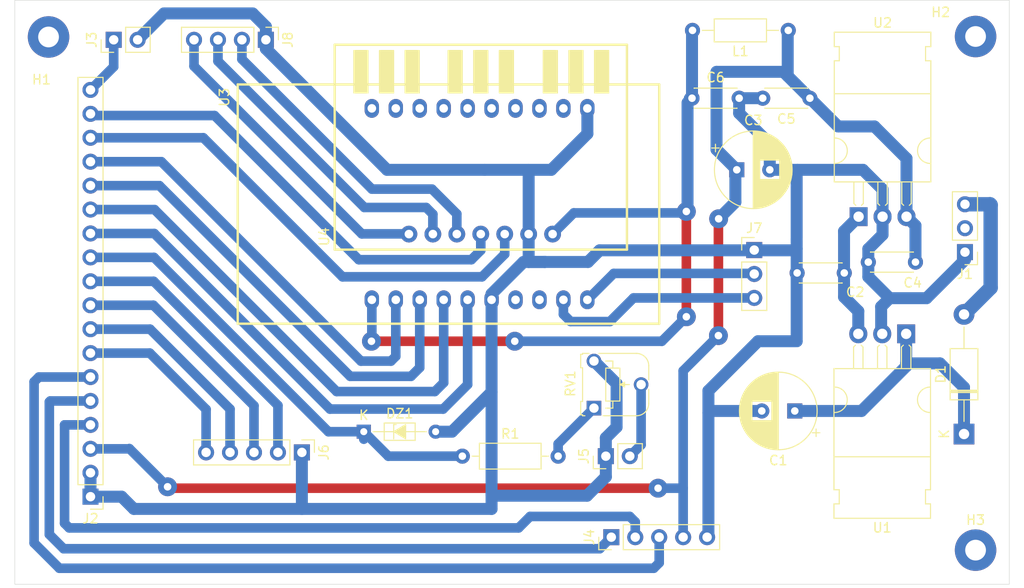
<source format=kicad_pcb>
(kicad_pcb (version 20240108) (generator "pcbnew") (generator_version "8.0")
  (layers (0 "F.Cu" signal) (31 "B.Cu" signal) (34 "B.Paste" user) (35 "F.Paste" user) (36 "B.SilkS" user "B.Silkscreen") (37 "F.SilkS" user "F.Silkscreen") (38 "B.Mask" user) (39 "F.Mask" user) (44 "Edge.Cuts" user))
  (net 0 "")
  (net 1 "Net-(U1-OUT)")
  (net 2 "GND")
  (net 3 "Net-(J2-Pin_14)")
  (net 4 "Net-(J2-Pin_13)")
  (net 5 "Net-(J2-Pin_3)")
  (net 6 "Net-(J2-Pin_4)")
  (net 7 "Net-(J2-Pin_10)")
  (net 8 "Net-(J2-Pin_17)")
  (net 9 "Net-(J2-Pin_7)")
  (net 10 "Net-(J2-Pin_15)")
  (net 11 "Net-(J2-Pin_12)")
  (net 12 "Net-(J2-Pin_5)")
  (net 13 "Net-(J2-Pin_6)")
  (net 14 "Net-(J5-Pin_2)")
  (net 15 "Net-(J2-Pin_18)")
  (net 16 "Net-(DZ1-K)")
  (net 17 "Net-(J2-Pin_9)")
  (net 18 "Net-(J2-Pin_8)")
  (net 19 "Net-(J2-Pin_16)")
  (net 20 "Net-(J7-Pin_3)")
  (net 23 "Net-(D1-K)")
  (net 25 "Net-(J8-Pin_4)")
  (net 26 "Net-(J8-Pin_2)")
  (net 27 "Net-(D1-A)")
  (net 28 "Net-(J7-Pin_2)")
  (net 29 "Net-(R1-Pad2)")
  (net 30 "Net-(J8-Pin_3)")
  (net 31 "Net-(U4-VIN)")
  (footprint "Inductor_THT:L_Axial_L5.3mm_D2.2mm_P10.16mm_Horizontal_Vishay_IM-1" (layer "F.Cu") (at 191.77 65.75 180)
    (property "Reference" "L1" (at 5.08 -2.22 0) (layer "F.SilkS"))
    (property "Value" "1mH")
    (pad "1" thru_hole circle (at 0 0 180) (size 1.6 1.6) (drill 0.8) (layers "*.Cu" "*.Mask") (net 5 "Net-(J2-Pin_3)"))
    (pad "2" thru_hole oval (at 10.16 0 180) (size 1.6 1.6) (drill 0.8) (layers "*.Cu" "*.Mask") (net 31 "Net-(U4-VIN)"))
  )
  (footprint "PCM_Package_TO_SOT_THT_AKL:TO-220-3_Horizontal_TabDown" (layer "F.Cu") (at 204.275 97.965 180)
    (property "Reference" "U1" (at 2.54 -20.58 180) (layer "F.SilkS"))
    (property "Value" "L7809" (hide yes))
    (pad "" np_thru_hole oval (at 2.54 -16.66 180) (size 3.5 3.5) (drill 3.5) (layers "*.Cu" "*.Mask"))
    (pad "1" thru_hole rect (at 0 0 180) (size 1.905 2) (drill 1.1) (layers "*.Cu" "*.Mask") (net 23 "Net-(D1-K)"))
    (pad "2" thru_hole oval (at 2.54 0 180) (size 1.905 2) (drill 1.1) (layers "*.Cu" "*.Mask") (net 2 "GND"))
    (pad "3" thru_hole oval (at 5.08 0 180) (size 1.905 2) (drill 1.1) (layers "*.Cu" "*.Mask") (net 1 "Net-(U1-OUT)"))
  )
  (footprint "Connector_PinHeader_2.54mm:PinHeader_1x05_P2.54mm_Vertical" (layer "F.Cu") (at 140.18 110.55 -90)
    (property "Reference" "J6" (at 0 -2.33 90) (layer "F.SilkS"))
    (property "Value" "pulsanti")
    (pad "1" thru_hole rect (at 0 0 270) (size 1.7 1.7) (drill 1) (layers "*.Cu" "*.Mask") (net 2 "GND"))
    (pad "2" thru_hole oval (at 0 2.54 270) (size 1.7 1.7) (drill 1) (layers "*.Cu" "*.Mask") (net 7 "Net-(J2-Pin_10)"))
    (pad "3" thru_hole oval (at 0 5.08 270) (size 1.7 1.7) (drill 1) (layers "*.Cu" "*.Mask") (net 17 "Net-(J2-Pin_9)"))
    (pad "4" thru_hole oval (at 0 7.62 270) (size 1.7 1.7) (drill 1) (layers "*.Cu" "*.Mask") (net 18 "Net-(J2-Pin_8)"))
    (pad "5" thru_hole oval (at 0 10.16 270) (size 1.7 1.7) (drill 1) (layers "*.Cu" "*.Mask") (net 9 "Net-(J2-Pin_7)"))
  )
  (footprint "PCM_Package_TO_SOT_THT_AKL:TO-220-3_Horizontal_TabDown" (layer "F.Cu") (at 199.23 85.525)
    (property "Reference" "U2" (at 2.54 -20.58 0) (layer "F.SilkS"))
    (property "Value" "L7805" (hide yes))
    (pad "" np_thru_hole oval (at 2.54 -16.66) (size 3.5 3.5) (drill 3.5) (layers "*.Cu" "*.Mask"))
    (pad "1" thru_hole rect (at 0 0) (size 1.905 2) (drill 1.1) (layers "*.Cu" "*.Mask") (net 1 "Net-(U1-OUT)"))
    (pad "2" thru_hole oval (at 2.54 0) (size 1.905 2) (drill 1.1) (layers "*.Cu" "*.Mask") (net 2 "GND"))
    (pad "3" thru_hole oval (at 5.08 0) (size 1.905 2) (drill 1.1) (layers "*.Cu" "*.Mask") (net 5 "Net-(J2-Pin_3)"))
  )
  (footprint "PCM_Potentiometer_THT_AKL:Potentiometer_Runtron_RM-065_Vertical" (layer "F.Cu") (at 171.16 105.85 90)
    (property "Reference" "RV1" (at 2.6 -2.5 90) (layer "F.SilkS"))
    (property "Value" "5k" (hide yes))
    (pad "1" thru_hole rect (at 0 0 90) (size 1.55 1.55) (drill 1) (layers "*.Cu" "*.Mask") (net 29 "Net-(R1-Pad2)"))
    (pad "2" thru_hole circle (at 2.5 5 90) (size 1.55 1.55) (drill 1) (layers "*.Cu" "*.Mask") (net 14 "Net-(J5-Pin_2)"))
    (pad "3" thru_hole circle (at 5 0 90) (size 1.55 1.55) (drill 1) (layers "*.Cu" "*.Mask") (net 2 "GND"))
  )
  (footprint "Capacitor_THT:C_Disc_D4.3mm_W1.9mm_P5.00mm" (layer "F.Cu") (at 181.56 72.95)
    (property "Reference" "C6" (at 2.5 -2.2 0) (layer "F.SilkS"))
    (property "Value" "100n")
    (pad "1" thru_hole circle (at 0 0) (size 1.6 1.6) (drill 0.8) (layers "*.Cu" "*.Mask") (net 31 "Net-(U4-VIN)"))
    (pad "2" thru_hole circle (at 5 0) (size 1.6 1.6) (drill 0.8) (layers "*.Cu" "*.Mask") (net 2 "GND"))
  )
  (footprint "Connector_PinHeader_2.54mm:PinHeader_1x05_P2.54mm_Vertical" (layer "F.Cu") (at 173 119.55 90)
    (property "Reference" "J4" (at 0 -2.33 90) (layer "F.SilkS"))
    (property "Value" "encoder")
    (pad "1" thru_hole rect (at 0 0 90) (size 1.7 1.7) (drill 1) (layers "*.Cu" "*.Mask") (net 12 "Net-(J2-Pin_5)"))
    (pad "2" thru_hole oval (at 0 2.54 90) (size 1.7 1.7) (drill 1) (layers "*.Cu" "*.Mask") (net 6 "Net-(J2-Pin_4)"))
    (pad "3" thru_hole oval (at 0 5.08 90) (size 1.7 1.7) (drill 1) (layers "*.Cu" "*.Mask") (net 13 "Net-(J2-Pin_6)"))
    (pad "4" thru_hole oval (at 0 7.62 90) (size 1.7 1.7) (drill 1) (layers "*.Cu" "*.Mask") (net 5 "Net-(J2-Pin_3)"))
    (pad "5" thru_hole oval (at 0 10.16 90) (size 1.7 1.7) (drill 1) (layers "*.Cu" "*.Mask") (net 2 "GND"))
  )
  (footprint "Connector_PinHeader_2.54mm:PinHeader_1x02_P2.54mm_Vertical" (layer "F.Cu") (at 120.22 66.75 90)
    (property "Reference" "J3" (at 0 -2.33 90) (layer "F.SilkS"))
    (property "Value" "rele_IN")
    (pad "1" thru_hole rect (at 0 0 90) (size 1.7 1.7) (drill 1) (layers "*.Cu" "*.Mask") (net 15 "Net-(J2-Pin_18)"))
    (pad "2" thru_hole oval (at 0 2.54 90) (size 1.7 1.7) (drill 1) (layers "*.Cu" "*.Mask") (net 2 "GND"))
  )
  (footprint "Capacitor_THT:C_Disc_D4.3mm_W1.9mm_P5.00mm" (layer "F.Cu") (at 205.26 90.35 180)
    (property "Reference" "C4" (at 0.3 -2.2 0) (layer "F.SilkS"))
    (property "Value" "100n")
    (pad "1" thru_hole circle (at 0 0 180) (size 1.6 1.6) (drill 0.8) (layers "*.Cu" "*.Mask") (net 5 "Net-(J2-Pin_3)"))
    (pad "2" thru_hole circle (at 5 0 180) (size 1.6 1.6) (drill 0.8) (layers "*.Cu" "*.Mask") (net 2 "GND"))
  )
  (footprint "Capacitor_THT:C_Disc_D4.3mm_W1.9mm_P5.00mm" (layer "F.Cu") (at 197.71 91.5 180)
    (property "Reference" "C2" (at -1.16 -2.03 360) (layer "F.SilkS"))
    (property "Value" "100n")
    (pad "1" thru_hole circle (at 0 0 180) (size 1.6 1.6) (drill 0.8) (layers "*.Cu" "*.Mask") (net 1 "Net-(U1-OUT)"))
    (pad "2" thru_hole circle (at 5 0 180) (size 1.6 1.6) (drill 0.8) (layers "*.Cu" "*.Mask") (net 2 "GND"))
  )
  (footprint "DDS9850:AD9850-MODUL" (layer "F.Cu") (at 155.22 84.19 90)
    (property "Reference" "U3" (at 10.24 -23.26 90) (layer "F.SilkS") (effects (justify left)))
    (property "Value" "AD9850_generator_module")
    (pad "1" thru_hole oval (at -10.16 -7.62 90) (size 2 1.524) (drill 0.914) (layers "*.Cu" "*.Mask") (net 31 "Net-(U4-VIN)"))
    (pad "2" thru_hole oval (at -10.16 -5.08 90) (size 2 1.524) (drill 0.914) (layers "*.Cu" "*.Mask") (net 10 "Net-(J2-Pin_15)"))
    (pad "3" thru_hole oval (at -10.16 -2.54 90) (size 2 1.524) (drill 0.914) (layers "*.Cu" "*.Mask") (net 3 "Net-(J2-Pin_14)"))
    (pad "4" thru_hole oval (at -10.16 0 90) (size 2 1.524) (drill 0.914) (layers "*.Cu" "*.Mask") (net 4 "Net-(J2-Pin_13)"))
    (pad "5" thru_hole oval (at -10.16 2.54 90) (size 2 1.524) (drill 0.914) (layers "*.Cu" "*.Mask") (net 11 "Net-(J2-Pin_12)"))
    (pad "6" thru_hole oval (at -10.16 5.08 90) (size 2 1.524) (drill 0.914) (layers "*.Cu" "*.Mask") (net 2 "GND"))
    (pad "7" thru_hole oval (at -10.16 7.62 90) (size 2 1.524) (drill 0.914) (layers "*.Cu" "*.Mask"))
    (pad "8" thru_hole oval (at -10.16 10.16 90) (size 2 1.524) (drill 0.914) (layers "*.Cu" "*.Mask"))
    (pad "9" thru_hole oval (at -10.16 12.7 90) (size 2 1.524) (drill 0.914) (layers "*.Cu" "*.Mask") (net 20 "Net-(J7-Pin_3)"))
    (pad "10" thru_hole oval (at -10.16 15.24 90) (size 2 1.524) (drill 0.914) (layers "*.Cu" "*.Mask") (net 28 "Net-(J7-Pin_2)"))
    (pad "11" thru_hole oval (at 10.16 15.24 90) (size 2 1.524) (drill 0.914) (layers "*.Cu" "*.Mask") (net 2 "GND"))
    (pad "12" thru_hole oval (at 10.16 12.7 90) (size 2 1.524) (drill 0.914) (layers "*.Cu" "*.Mask"))
    (pad "13" thru_hole oval (at 10.16 10.16 90) (size 2 1.524) (drill 0.914) (layers "*.Cu" "*.Mask"))
    (pad "14" thru_hole oval (at 10.16 7.62 90) (size 2 1.524) (drill 0.914) (layers "*.Cu" "*.Mask"))
    (pad "15" thru_hole oval (at 10.16 5.08 90) (size 2 1.524) (drill 0.914) (layers "*.Cu" "*.Mask"))
    (pad "16" thru_hole oval (at 10.16 2.54 90) (size 2 1.524) (drill 0.914) (layers "*.Cu" "*.Mask"))
    (pad "17" thru_hole oval (at 10.16 0 90) (size 2 1.524) (drill 0.914) (layers "*.Cu" "*.Mask"))
    (pad "18" thru_hole oval (at 10.16 -2.54 90) (size 2 1.524) (drill 0.914) (layers "*.Cu" "*.Mask"))
    (pad "19" thru_hole oval (at 10.16 -5.08 90) (size 2 1.524) (drill 0.914) (layers "*.Cu" "*.Mask"))
    (pad "20" thru_hole oval (at 10.16 -7.62 90) (size 2 1.524) (drill 0.914) (layers "*.Cu" "*.Mask"))
  )
  (footprint "Capacitor_THT:CP_Radial_D8.0mm_P3.50mm" (layer "F.Cu") (at 186.307349 80.55)
    (property "Reference" "C3" (at 1.75 -5.25 0) (layer "F.SilkS"))
    (property "Value" "47u")
    (pad "1" thru_hole rect (at 0 0) (size 1.6 1.6) (drill 0.8) (layers "*.Cu" "*.Mask") (net 5 "Net-(J2-Pin_3)"))
    (pad "2" thru_hole circle (at 3.5 0) (size 1.6 1.6) (drill 0.8) (layers "*.Cu" "*.Mask") (net 2 "GND"))
  )
  (footprint "Connector_PinHeader_2.54mm:PinHeader_1x03_P2.54mm_Vertical" (layer "F.Cu") (at 210.51 89.29 180)
    (property "Reference" "J1" (at 0 -2.33 0) (layer "F.SilkS"))
    (property "Value" "ALIM")
    (pad "1" thru_hole rect (at 0 0 180) (size 1.7 1.7) (drill 1) (layers "*.Cu" "*.Mask") (net 2 "GND"))
    (pad "2" thru_hole oval (at 0 2.54 180) (size 1.7 1.7) (drill 1) (layers "*.Cu" "*.Mask"))
    (pad "3" thru_hole oval (at 0 5.08 180) (size 1.7 1.7) (drill 1) (layers "*.Cu" "*.Mask") (net 27 "Net-(D1-A)"))
  )
  (footprint "MountingHole:MountingHole_2.2mm_M2_Pad" (layer "F.Cu") (at 211.635 66.4)
    (property "Reference" "H2" (at -3.7 -2.575 0) (layer "F.SilkS"))
    (property "Value" "MountingHole")
    (pad "1" thru_hole circle (at 0 0) (size 4.4 4.4) (drill 2.2) (layers "*.Cu" "*.Mask"))
  )
  (footprint "Connector_PinHeader_2.54mm:PinHeader_1x03_P2.54mm_Vertical" (layer "F.Cu") (at 188.16 89.07)
    (property "Reference" "J7" (at 0 -2.33 0) (layer "F.SilkS"))
    (property "Value" "OUT_AD9850")
    (pad "1" thru_hole rect (at 0 0) (size 1.7 1.7) (drill 1) (layers "*.Cu" "*.Mask") (net 2 "GND"))
    (pad "2" thru_hole oval (at 0 2.54) (size 1.7 1.7) (drill 1) (layers "*.Cu" "*.Mask") (net 28 "Net-(J7-Pin_2)"))
    (pad "3" thru_hole oval (at 0 5.08) (size 1.7 1.7) (drill 1) (layers "*.Cu" "*.Mask") (net 20 "Net-(J7-Pin_3)"))
  )
  (footprint "MountingHole:MountingHole_2.2mm_M2_Pad" (layer "F.Cu") (at 211.635 120.925)
    (property "Reference" "H3" (at 0 -3.2 0) (layer "F.SilkS"))
    (property "Value" "MountingHole")
    (pad "1" thru_hole circle (at 0 0) (size 4.4 4.4) (drill 2.2) (layers "*.Cu" "*.Mask"))
  )
  (footprint "Capacitor_THT:CP_Radial_D8.0mm_P3.50mm" (layer "F.Cu") (at 192.46 106.15 180)
    (property "Reference" "C1" (at 1.75 -5.25 0) (layer "F.SilkS"))
    (property "Value" "470u")
    (pad "1" thru_hole rect (at 0 0 180) (size 1.6 1.6) (drill 0.8) (layers "*.Cu" "*.Mask") (net 23 "Net-(D1-K)"))
    (pad "2" thru_hole circle (at 3.5 0 180) (size 1.6 1.6) (drill 0.8) (layers "*.Cu" "*.Mask") (net 2 "GND"))
  )
  (footprint "Diode_THT:D_DO-41_SOD81_P12.70mm_Horizontal" (layer "F.Cu") (at 210.41 108.6 90)
    (property "Reference" "D1" (at 6.35 -2.47 90) (layer "F.SilkS"))
    (property "Value" "D")
    (fp_text user "K" (at 0 -2.1 90) (layer "F.SilkS"))
    (pad "1" thru_hole rect (at 0 0 90) (size 2.2 2.2) (drill 1.1) (layers "*.Cu" "*.Mask") (net 23 "Net-(D1-K)"))
    (pad "2" thru_hole oval (at 12.7 0 90) (size 2.2 2.2) (drill 1.1) (layers "*.Cu" "*.Mask") (net 27 "Net-(D1-A)"))
  )
  (footprint "Connector_PinHeader_2.54mm:PinHeader_1x04_P2.54mm_Vertical" (layer "F.Cu") (at 136.36 66.75 -90)
    (property "Reference" "J8" (at 0 -2.33 90) (layer "F.SilkS"))
    (property "Value" "OUT_SI5351")
    (pad "1" thru_hole rect (at 0 0 270) (size 1.7 1.7) (drill 1) (layers "*.Cu" "*.Mask") (net 2 "GND"))
    (pad "2" thru_hole oval (at 0 2.54 270) (size 1.7 1.7) (drill 1) (layers "*.Cu" "*.Mask") (net 26 "Net-(J8-Pin_2)"))
    (pad "3" thru_hole oval (at 0 5.08 270) (size 1.7 1.7) (drill 1) (layers "*.Cu" "*.Mask") (net 30 "Net-(J8-Pin_3)"))
    (pad "4" thru_hole oval (at 0 7.62 270) (size 1.7 1.7) (drill 1) (layers "*.Cu" "*.Mask") (net 25 "Net-(J8-Pin_4)"))
  )
  (footprint "Capacitor_THT:C_Disc_D4.3mm_W1.9mm_P5.00mm" (layer "F.Cu") (at 194.06 72.95 180)
    (property "Reference" "C5" (at 2.5 -2.2 0) (layer "F.SilkS"))
    (property "Value" "100n")
    (pad "1" thru_hole circle (at 0 0 180) (size 1.6 1.6) (drill 0.8) (layers "*.Cu" "*.Mask") (net 5 "Net-(J2-Pin_3)"))
    (pad "2" thru_hole circle (at 5 0 180) (size 1.6 1.6) (drill 0.8) (layers "*.Cu" "*.Mask") (net 2 "GND"))
  )
  (footprint "Connector_PinHeader_2.54mm:PinHeader_1x18_P2.54mm_Vertical" (layer "F.Cu") (at 117.76 115.25 180)
    (property "Reference" "J2" (at 0 -2.33 0) (layer "F.SilkS"))
    (property "Value" "Arduino_Mega")
    (pad "1" thru_hole rect (at 0 0 180) (size 1.7 1.7) (drill 1) (layers "*.Cu" "*.Mask") (net 2 "GND"))
    (pad "2" thru_hole oval (at 0 2.54 180) (size 1.7 1.7) (drill 1) (layers "*.Cu" "*.Mask") (net 2 "GND"))
    (pad "3" thru_hole oval (at 0 5.08 180) (size 1.7 1.7) (drill 1) (layers "*.Cu" "*.Mask") (net 5 "Net-(J2-Pin_3)"))
    (pad "4" thru_hole oval (at 0 7.62 180) (size 1.7 1.7) (drill 1) (layers "*.Cu" "*.Mask") (net 6 "Net-(J2-Pin_4)"))
    (pad "5" thru_hole oval (at 0 10.16 180) (size 1.7 1.7) (drill 1) (layers "*.Cu" "*.Mask") (net 12 "Net-(J2-Pin_5)"))
    (pad "6" thru_hole oval (at 0 12.7 180) (size 1.7 1.7) (drill 1) (layers "*.Cu" "*.Mask") (net 13 "Net-(J2-Pin_6)"))
    (pad "7" thru_hole oval (at 0 15.24 180) (size 1.7 1.7) (drill 1) (layers "*.Cu" "*.Mask") (net 9 "Net-(J2-Pin_7)"))
    (pad "8" thru_hole oval (at 0 17.78 180) (size 1.7 1.7) (drill 1) (layers "*.Cu" "*.Mask") (net 18 "Net-(J2-Pin_8)"))
    (pad "9" thru_hole oval (at 0 20.32 180) (size 1.7 1.7) (drill 1) (layers "*.Cu" "*.Mask") (net 17 "Net-(J2-Pin_9)"))
    (pad "10" thru_hole oval (at 0 22.86 180) (size 1.7 1.7) (drill 1) (layers "*.Cu" "*.Mask") (net 7 "Net-(J2-Pin_10)"))
    (pad "11" thru_hole oval (at 0 25.4 180) (size 1.7 1.7) (drill 1) (layers "*.Cu" "*.Mask") (net 16 "Net-(DZ1-K)"))
    (pad "12" thru_hole oval (at 0 27.94 180) (size 1.7 1.7) (drill 1) (layers "*.Cu" "*.Mask") (net 11 "Net-(J2-Pin_12)"))
    (pad "13" thru_hole oval (at 0 30.48 180) (size 1.7 1.7) (drill 1) (layers "*.Cu" "*.Mask") (net 4 "Net-(J2-Pin_13)"))
    (pad "14" thru_hole oval (at 0 33.02 180) (size 1.7 1.7) (drill 1) (layers "*.Cu" "*.Mask") (net 3 "Net-(J2-Pin_14)"))
    (pad "15" thru_hole oval (at 0 35.56 180) (size 1.7 1.7) (drill 1) (layers "*.Cu" "*.Mask") (net 10 "Net-(J2-Pin_15)"))
    (pad "16" thru_hole oval (at 0 38.1 180) (size 1.7 1.7) (drill 1) (layers "*.Cu" "*.Mask") (net 19 "Net-(J2-Pin_16)"))
    (pad "17" thru_hole oval (at 0 40.64 180) (size 1.7 1.7) (drill 1) (layers "*.Cu" "*.Mask") (net 8 "Net-(J2-Pin_17)"))
    (pad "18" thru_hole oval (at 0 43.18 180) (size 1.7 1.7) (drill 1) (layers "*.Cu" "*.Mask") (net 15 "Net-(J2-Pin_18)"))
  )
  (footprint "Connector_PinHeader_2.54mm:PinHeader_1x02_P2.54mm_Vertical" (layer "F.Cu") (at 172.42 110.95 90)
    (property "Reference" "J5" (at 0 -2.33 90) (layer "F.SilkS"))
    (property "Value" "analog_IN")
    (pad "1" thru_hole rect (at 0 0 90) (size 1.7 1.7) (drill 1) (layers "*.Cu" "*.Mask") (net 2 "GND"))
    (pad "2" thru_hole oval (at 0 2.54 90) (size 1.7 1.7) (drill 1) (layers "*.Cu" "*.Mask") (net 14 "Net-(J5-Pin_2)"))
  )
  (footprint "SI5351:SI5351_MODULE" (layer "F.Cu") (at 159.154 87.374 90)
    (property "Reference" "U4" (at -1.376 -16.594 90) (layer "F.SilkS") (effects (justify left)))
    (property "Value" "SI_5351_board")
    (pad "1" thru_hole circle (at 0 -7.62 90) (size 1.778 1.778) (drill 0.914) (layers "*.Cu" "*.Mask") (net 25 "Net-(J8-Pin_4)"))
    (pad "2" thru_hole circle (at 0 -5.08 90) (size 1.778 1.778) (drill 0.914) (layers "*.Cu" "*.Mask") (net 30 "Net-(J8-Pin_3)"))
    (pad "3" thru_hole circle (at 0 -2.54 90) (size 1.778 1.778) (drill 0.914) (layers "*.Cu" "*.Mask") (net 26 "Net-(J8-Pin_2)"))
    (pad "4" thru_hole circle (at 0 0 90) (size 1.778 1.778) (drill 0.914) (layers "*.Cu" "*.Mask") (net 8 "Net-(J2-Pin_17)"))
    (pad "5" thru_hole circle (at 0 2.54 90) (size 1.778 1.778) (drill 0.914) (layers "*.Cu" "*.Mask") (net 19 "Net-(J2-Pin_16)"))
    (pad "6" thru_hole circle (at 0 5.08 90) (size 1.778 1.778) (drill 0.914) (layers "*.Cu" "*.Mask") (net 2 "GND"))
    (pad "7" thru_hole circle (at 0 7.62 90) (size 1.778 1.778) (drill 0.914) (layers "*.Cu" "*.Mask") (net 31 "Net-(U4-VIN)"))
  )
  (footprint "Resistor_THT:R_Axial_DIN0207_L6.3mm_D2.5mm_P10.16mm_Horizontal" (layer "F.Cu") (at 157.2 110.95)
    (property "Reference" "R1" (at 5.08 -2.37 0) (layer "F.SilkS"))
    (property "Value" "1k")
    (pad "1" thru_hole circle (at 0 0) (size 1.6 1.6) (drill 0.8) (layers "*.Cu" "*.Mask") (net 16 "Net-(DZ1-K)"))
    (pad "2" thru_hole oval (at 10.16 0) (size 1.6 1.6) (drill 0.8) (layers "*.Cu" "*.Mask") (net 29 "Net-(R1-Pad2)"))
  )
  (footprint "PCM_Diode_THT_AKL:D_DO-34_SOD68_P7.62mm_Horizontal_Zener" (layer "F.Cu") (at 146.745 108.35)
    (property "Reference" "DZ1" (at 3.81 -1.92 0) (layer "F.SilkS"))
    (property "Value" "5.1V" (hide yes))
    (fp_text user "K" (at 0 -1.75 0) (layer "F.SilkS"))
    (pad "1" thru_hole rect (at 0 0) (size 1.5 1.5) (drill 0.75) (layers "*.Cu" "*.Mask") (net 16 "Net-(DZ1-K)"))
    (pad "2" thru_hole oval (at 7.62 0) (size 1.5 1.5) (drill 0.75) (layers "*.Cu" "*.Mask") (net 2 "GND"))
  )
  (footprint "MountingHole:MountingHole_2.2mm_M2_Pad" (layer "F.Cu") (at 113.31 66.45)
    (property "Reference" "H1" (at -0.75 4.525 0) (layer "F.SilkS"))
    (property "Value" "MountingHole")
    (pad "1" thru_hole circle (at 0 0) (size 4.4 4.4) (drill 2.2) (layers "*.Cu" "*.Mask"))
  )
  (gr_rect (start 109.735 62.55) (end 215.21 124.55) (stroke (width 0.05)) (fill none) (layer "Edge.Cuts"))
  (segment (start 197.685 94.05) (end 197.685 87.07) (width 1.27) (layer "B.Cu") (net 1))
  (segment (start 199.195 97.965) (end 199.195 95.56) (width 1.27) (layer "B.Cu") (net 1))
  (segment (start 197.685 87.07) (end 199.23 85.525) (width 1.27) (layer "B.Cu") (net 1))
  (segment (start 199.195 95.56) (end 197.685 94.05) (width 1.27) (layer "B.Cu") (net 1))
  (segment (start 199.685 80.55) (end 192.735 80.55) (width 1.27) (layer "B.Cu") (net 2))
  (segment (start 200.26 91.92) (end 200.26 90.35) (width 1.27) (layer "B.Cu") (net 2))
  (segment (start 189.807349 77.727651) (end 189.807349 77.797349) (width 1.27) (layer "B.Cu") (net 2))
  (segment (start 122.76 66.75) (end 125.56 63.95) (width 1.27) (layer "B.Cu") (net 2))
  (segment (start 210.51 90.1) (end 210.51 89.29) (width 1.27) (layer "B.Cu") (net 2))
  (segment (start 170.526 90.334) (end 171.76 89.1) (width 1.27) (layer "B.Cu") (net 2))
  (segment (start 171.76 89.1) (end 192.485 89.1) (width 1.27) (layer "B.Cu") (net 2))
  (segment (start 165.944 90.334) (end 170.526 90.334) (width 1.27) (layer "B.Cu") (net 2))
  (segment (start 121.06 115.25) (end 122.36 116.55) (width 1.27) (layer "B.Cu") (net 2))
  (segment (start 156.1 108.35) (end 160.3 104.15) (width 1.27) (layer "B.Cu") (net 2))
  (segment (start 192.735 80.55) (end 192.66 80.625) (width 1.27) (layer "B.Cu") (net 2))
  (segment (start 192.66 98.75) (end 188.56 98.75) (width 1.27) (layer "B.Cu") (net 2))
  (segment (start 202.52 94.18) (end 206.43 94.18) (width 1.27) (layer "B.Cu") (net 2))
  (segment (start 183.3 119.41) (end 183.16 119.55) (width 1.27) (layer "B.Cu") (net 2))
  (segment (start 206.43 94.18) (end 210.51 90.1) (width 1.27) (layer "B.Cu") (net 2))
  (segment (start 160.45 115.15) (end 160.3 115) (width 1.27) (layer "B.Cu") (net 2))
  (segment (start 200.26 90.35) (end 200.26 88.95) (width 1.27) (layer "B.Cu") (net 2))
  (segment (start 136.36 66.75) (end 136.36 67.7) (width 1.27) (layer "B.Cu") (net 2))
  (segment (start 136.36 65.35) (end 136.36 66.75) (width 1.27) (layer "B.Cu") (net 2))
  (segment (start 189.06 72.95) (end 186.56 72.95) (width 1.27) (layer "B.Cu") (net 2))
  (segment (start 171.16 100.85) (end 173.56 103.25) (width 1.27) (layer "B.Cu") (net 2))
  (segment (start 117.76 115.25) (end 121.06 115.25) (width 1.27) (layer "B.Cu") (net 2))
  (segment (start 200.26 88.95) (end 201.77 87.44) (width 1.27) (layer "B.Cu") (net 2))
  (segment (start 173.56 103.25) (end 173.56 107.86463) (width 1.27) (layer "B.Cu") (net 2))
  (segment (start 172.42 109.00463) (end 172.42 113.15) (width 1.27) (layer "B.Cu") (net 2))
  (segment (start 164.234 90.334) (end 165.944 90.334) (width 1.27) (layer "B.Cu") (net 2))
  (segment (start 192.485 89.1) (end 192.66 88.925) (width 1.27) (layer "B.Cu") (net 2))
  (segment (start 159.56 80.55) (end 166.635 80.55) (width 1.27) (layer "B.Cu") (net 2))
  (segment (start 192.66 80.625) (end 192.66 87.83) (width 1.27) (layer "B.Cu") (net 2))
  (segment (start 160.3 93.724578) (end 163.690578 90.334) (width 1.27) (layer "B.Cu") (net 2))
  (segment (start 170.46 76.725) (end 170.46 74.03) (width 1.27) (layer "B.Cu") (net 2))
  (segment (start 134.96 63.95) (end 136.36 65.35) (width 1.27) (layer "B.Cu") (net 2))
  (segment (start 201.77 87.44) (end 201.77 82.635) (width 1.27) (layer "B.Cu") (net 2))
  (segment (start 154.365 108.35) (end 156.1 108.35) (width 1.27) (layer "B.Cu") (net 2))
  (segment (start 117.76 112.71) (end 117.76 115.25) (width 1.27) (layer "B.Cu") (net 2))
  (segment (start 122.36 116.55) (end 160.3 116.55) (width 1.27) (layer "B.Cu") (net 2))
  (segment (start 164.234 80.584) (end 164.234 87.374) (width 1.27) (layer "B.Cu") (net 2))
  (segment (start 201.62 95.08) (end 202.52 94.18) (width 1.27) (layer "B.Cu") (net 2))
  (segment (start 164.2 80.55) (end 164.234 80.584) (width 1.27) (layer "B.Cu") (net 2))
  (segment (start 136.36 67.7) (end 149.21 80.55) (width 1.27) (layer "B.Cu") (net 2))
  (segment (start 163.690578 90.334) (end 165.944 90.334) (width 1.27) (layer "B.Cu") (net 2))
  (segment (start 164.234 87.374) (end 164.234 90.334) (width 1.27) (layer "B.Cu") (net 2))
  (segment (start 189.807349 80.55) (end 192.735 80.55) (width 1.27) (layer "B.Cu") (net 2))
  (segment (start 186.56 74.55) (end 189.807349 77.797349) (width 1.27) (layer "B.Cu") (net 2))
  (segment (start 186.56 72.95) (end 186.56 74.55) (width 1.27) (layer "B.Cu") (net 2))
  (segment (start 125.56 63.95) (end 134.96 63.95) (width 1.27) (layer "B.Cu") (net 2))
  (segment (start 183.3 104.01) (end 183.3 106.35) (width 1.27) (layer "B.Cu") (net 2))
  (segment (start 201.77 82.635) (end 199.685 80.55) (width 1.27) (layer "B.Cu") (net 2))
  (segment (start 149.21 80.55) (end 159.56 80.55) (width 1.27) (layer "B.Cu") (net 2))
  (segment (start 189.807349 77.797349) (end 189.807349 80.55) (width 1.27) (layer "B.Cu") (net 2))
  (segment (start 160.3 104.15) (end 160.3 94.35) (width 1.27) (layer "B.Cu") (net 2))
  (segment (start 160.3 94.35) (end 160.3 93.724578) (width 1.27) (layer "B.Cu") (net 2))
  (segment (start 173.56 107.86463) (end 172.42 109.00463) (width 1.27) (layer "B.Cu") (net 2))
  (segment (start 188.96 106.15) (end 183.5 106.15) (width 1.27) (layer "B.Cu") (net 2))
  (segment (start 188.56 98.75) (end 183.3 104.01) (width 1.27) (layer "B.Cu") (net 2))
  (segment (start 172.42 113.15) (end 170.42 115.15) (width 1.27) (layer "B.Cu") (net 2))
  (segment (start 202.52 94.18) (end 200.26 91.92) (width 1.27) (layer "B.Cu") (net 2))
  (segment (start 166.635 80.55) (end 170.46 76.725) (width 1.27) (layer "B.Cu") (net 2))
  (segment (start 201.62 97.95) (end 201.62 95.08) (width 1.27) (layer "B.Cu") (net 2))
  (segment (start 170.42 115.15) (end 160.45 115.15) (width 1.27) (layer "B.Cu") (net 2))
  (segment (start 183.5 106.15) (end 183.3 106.35) (width 1.27) (layer "B.Cu") (net 2))
  (segment (start 140.18 116.545) (end 140.18 110.55) (width 1.27) (layer "B.Cu") (net 2))
  (segment (start 192.66 88.03) (end 192.66 98.75) (width 1.27) (layer "B.Cu") (net 2))
  (segment (start 183.3 106.35) (end 183.3 119.41) (width 1.27) (layer "B.Cu") (net 2))
  (segment (start 160.3 116.55) (end 160.3 104.15) (width 1.27) (layer "B.Cu") (net 2))
  (segment (start 151.756 102.474) (end 145.309 102.474) (width 1.016) (layer "B.Cu") (net 3))
  (segment (start 152.68 101.55) (end 151.756 102.474) (width 1.016) (layer "B.Cu") (net 3))
  (segment (start 145.309 102.474) (end 125.065 82.23) (width 1.016) (layer "B.Cu") (net 3))
  (segment (start 152.68 94.35) (end 152.68 101.55) (width 1.016) (layer "B.Cu") (net 3))
  (segment (start 125.065 82.23) (end 117.76 82.23) (width 1.016) (layer "B.Cu") (net 3))
  (segment (start 155.22 103.15) (end 155.22 94.35) (width 1.016) (layer "B.Cu") (net 4))
  (segment (start 143.868212 104.09) (end 154.28 104.09) (width 1.016) (layer "B.Cu") (net 4))
  (segment (start 124.548212 84.77) (end 143.868212 104.09) (width 1.016) (layer "B.Cu") (net 4))
  (segment (start 124.548212 84.77) (end 117.76 84.77) (width 1.016) (layer "B.Cu") (net 4))
  (segment (start 154.28 104.09) (end 155.22 103.15) (width 1.016) (layer "B.Cu") (net 4))
  (segment (start 184.36 85.775) (end 184.36 98.15) (width 1.016) (layer "F.Cu") (net 5))
  (segment (start 126.085 114.35) (end 125.935 114.2) (width 1.016) (layer "F.Cu") (net 5))
  (segment (start 184.385 85.75) (end 184.36 85.775) (width 1.016) (layer "F.Cu") (net 5))
  (segment (start 177.96 114.35) (end 126.085 114.35) (width 1.016) (layer "F.Cu") (net 5))
  (via (at 177.96 114.35) (size 2) (drill 0.8) (layers "F.Cu" "B.Cu") (net 5))
  (via (at 125.935 114.2) (size 2) (drill 0.8) (layers "F.Cu" "B.Cu") (net 5))
  (via (at 184.385 85.75) (size 2) (drill 0.8) (layers "F.Cu" "B.Cu") (net 5))
  (via (at 184.36 98.15) (size 2) (drill 0.8) (layers "F.Cu" "B.Cu") (net 5))
  (segment (start 191.77 65.75) (end 191.96 65.75) (width 1.016) (layer "B.Cu") (net 5))
  (segment (start 186.16 83.975) (end 186.16 80.697349) (width 1.27) (layer "B.Cu") (net 5))
  (segment (start 204.31 79.7) (end 204.31 85.525) (width 1.27) (layer "B.Cu") (net 5))
  (segment (start 184.385 85.75) (end 186.16 83.975) (width 1.27) (layer "B.Cu") (net 5))
  (segment (start 192.56 71.45) (end 191.71 70.6) (width 1.016) (layer "B.Cu") (net 5))
  (segment (start 125.935 114.2) (end 121.885 110.15) (width 1.016) (layer "B.Cu") (net 5))
  (segment (start 204.425 85.41) (end 204.31 85.525) (width 1.016) (layer "B.Cu") (net 5))
  (segment (start 205.26 90.35) (end 205.26 86.475) (width 1.27) (layer "B.Cu") (net 5))
  (segment (start 191.71 70.6) (end 191.71 65.81) (width 1.27) (layer "B.Cu") (net 5))
  (segment (start 186.16 80.697349) (end 186.307349 80.55) (width 1.016) (layer "B.Cu") (net 5))
  (segment (start 204.31 79.7) (end 204.31 79.35) (width 1.27) (layer "B.Cu") (net 5))
  (segment (start 180.62 114.35) (end 180.62 119.55) (width 1.016) (layer "B.Cu") (net 5))
  (segment (start 180.62 101.89) (end 180.62 114.35) (width 1.016) (layer "B.Cu") (net 5))
  (segment (start 184.36 98.15) (end 180.62 101.89) (width 1.016) (layer "B.Cu") (net 5))
  (segment (start 184.16 78.402651) (end 186.307349 80.55) (width 1.27) (layer "B.Cu") (net 5))
  (segment (start 192.56 71.45) (end 191.26 70.15) (width 1.27) (layer "B.Cu") (net 5))
  (segment (start 191.26 70.15) (end 184.16 70.15) (width 1.27) (layer "B.Cu") (net 5))
  (segment (start 205.26 86.475) (end 204.31 85.525) (width 1.27) (layer "B.Cu") (net 5))
  (segment (start 205.36 90.45) (end 205.26 90.35) (width 1.016) (layer "B.Cu") (net 5))
  (segment (start 177.96 114.35) (end 180.62 114.35) (width 1.016) (layer "B.Cu") (net 5))
  (segment (start 191.71 65.81) (end 191.77 65.75) (width 1.016) (layer "B.Cu") (net 5))
  (segment (start 200.91 75.95) (end 197.06 75.95) (width 1.27) (layer "B.Cu") (net 5))
  (segment (start 180.62 119.55) (end 180.76 119.41) (width 1.016) (layer "B.Cu") (net 5))
  (segment (start 121.885 110.15) (end 121.865 110.17) (width 1.016) (layer "B.Cu") (net 5))
  (segment (start 121.865 110.17) (end 117.76 110.17) (width 1.016) (layer "B.Cu") (net 5))
  (segment (start 184.16 70.15) (end 184.16 78.402651) (width 1.27) (layer "B.Cu") (net 5))
  (segment (start 197.06 75.95) (end 192.56 71.45) (width 1.27) (layer "B.Cu") (net 5))
  (segment (start 204.31 79.35) (end 200.91 75.95) (width 1.27) (layer "B.Cu") (net 5))
  (segment (start 164.385 117.35) (end 174.96 117.35) (width 1.016) (layer "B.Cu") (net 6))
  (segment (start 115.01 118.075) (end 115.501 118.566) (width 1.016) (layer "B.Cu") (net 6))
  (segment (start 174.96 117.35) (end 175.54 117.93) (width 1.016) (layer "B.Cu") (net 6))
  (segment (start 175.54 117.93) (end 175.54 119.55) (width 1.016) (layer "B.Cu") (net 6))
  (segment (start 163.169 118.566) (end 164.385 117.35) (width 1.016) (layer "B.Cu") (net 6))
  (segment (start 115.01 107.63) (end 115.01 118.075) (width 1.016) (layer "B.Cu") (net 6))
  (segment (start 115.501 118.566) (end 163.169 118.566) (width 1.016) (layer "B.Cu") (net 6))
  (segment (start 117.76 107.63) (end 115.01 107.63) (width 1.016) (layer "B.Cu") (net 6))
  (segment (start 137.64 110.55) (end 137.64 105.566424) (width 1.016) (layer "B.Cu") (net 7))
  (segment (start 137.64 105.566424) (end 124.463576 92.39) (width 1.016) (layer "B.Cu") (net 7))
  (segment (start 124.463576 92.39) (end 117.76 92.39) (width 1.016) (layer "B.Cu") (net 7))
  (segment (start 117.94 74.79) (end 130.914494 74.79) (width 1.016) (layer "B.Cu") (net 8))
  (segment (start 130.914494 74.79) (end 146.217072 90.092578) (width 1.016) (layer "B.Cu") (net 8))
  (segment (start 117.76 74.61) (end 117.94 74.79) (width 1.016) (layer "B.Cu") (net 8))
  (segment (start 158.16 90.092578) (end 159.154 89.098578) (width 1.016) (layer "B.Cu") (net 8))
  (segment (start 159.154 89.098578) (end 159.154 87.374) (width 1.016) (layer "B.Cu") (net 8))
  (segment (start 146.217072 90.092578) (end 158.16 90.092578) (width 1.016) (layer "B.Cu") (net 8))
  (segment (start 124.051788 100.01) (end 117.76 100.01) (width 1.016) (layer "B.Cu") (net 9))
  (segment (start 130.02 110.55) (end 130.02 105.978212) (width 1.016) (layer "B.Cu") (net 9))
  (segment (start 130.02 105.978212) (end 124.051788 100.01) (width 1.016) (layer "B.Cu") (net 9))
  (segment (start 149.628 100.858) (end 150.14 100.346) (width 1.016) (layer "B.Cu") (net 10))
  (segment (start 125.275 79.69) (end 146.443 100.858) (width 1.016) (layer "B.Cu") (net 10))
  (segment (start 117.76 79.69) (end 125.275 79.69) (width 1.016) (layer "B.Cu") (net 10))
  (segment (start 150.14 100.346) (end 150.14 94.35) (width 1.016) (layer "B.Cu") (net 10))
  (segment (start 146.443 100.858) (end 149.628 100.858) (width 1.016) (layer "B.Cu") (net 10))
  (segment (start 124.52 87.31) (end 117.76 87.31) (width 1.016) (layer "B.Cu") (net 11))
  (segment (start 157.76 103.35) (end 155.16 105.95) (width 1.016) (layer "B.Cu") (net 11))
  (segment (start 143.16 105.95) (end 124.52 87.31) (width 1.016) (layer "B.Cu") (net 11))
  (segment (start 157.76 94.35) (end 157.76 103.35) (width 1.016) (layer "B.Cu") (net 11))
  (segment (start 155.16 105.95) (end 143.16 105.95) (width 1.016) (layer "B.Cu") (net 11))
  (segment (start 113.394 105.191) (end 113.394 119.259) (width 1.016) (layer "B.Cu") (net 12))
  (segment (start 113.394 119.259) (end 114.91 120.775) (width 1.016) (layer "B.Cu") (net 12))
  (segment (start 113.495 105.09) (end 113.394 105.191) (width 1.016) (layer "B.Cu") (net 12))
  (segment (start 171.775 120.775) (end 173 119.55) (width 1.016) (layer "B.Cu") (net 12))
  (segment (start 117.76 105.09) (end 113.495 105.09) (width 1.016) (layer "B.Cu") (net 12))
  (segment (start 114.91 120.775) (end 171.775 120.775) (width 1.016) (layer "B.Cu") (net 12))
  (segment (start 117.76 102.55) (end 112.285 102.55) (width 1.016) (layer "B.Cu") (net 13))
  (segment (start 112.285 102.55) (end 111.778 103.057) (width 1.016) (layer "B.Cu") (net 13))
  (segment (start 111.778 103.057) (end 111.778 120.168) (width 1.016) (layer "B.Cu") (net 13))
  (segment (start 177.5 122.85) (end 178.08 122.27) (width 1.016) (layer "B.Cu") (net 13))
  (segment (start 178.08 122.27) (end 178.08 119.55) (width 1.016) (layer "B.Cu") (net 13))
  (segment (start 111.778 120.168) (end 114.46 122.85) (width 1.016) (layer "B.Cu") (net 13))
  (segment (start 114.46 122.85) (end 177.5 122.85) (width 1.016) (layer "B.Cu") (net 13))
  (segment (start 176.16 109.75) (end 174.96 110.95) (width 1.016) (layer "B.Cu") (net 14))
  (segment (start 176.16 103.35) (end 176.16 109.75) (width 1.016) (layer "B.Cu") (net 14))
  (segment (start 117.76 72.07) (end 120.22 69.61) (width 1.016) (layer "B.Cu") (net 15))
  (segment (start 120.22 69.61) (end 120.22 66.75) (width 1.016) (layer "B.Cu") (net 15))
  (segment (start 149.345 110.95) (end 157.2 110.95) (width 1.016) (layer "B.Cu") (net 16))
  (segment (start 124.491788 89.85) (end 117.76 89.85) (width 1.016) (layer "B.Cu") (net 16))
  (segment (start 146.745 108.35) (end 149.345 110.95) (width 1.016) (layer "B.Cu") (net 16))
  (segment (start 142.991788 108.35) (end 124.491788 89.85) (width 1.016) (layer "B.Cu") (net 16))
  (segment (start 146.745 109.15) (end 146.745 108.35) (width 1.016) (layer "B.Cu") (net 16))
  (segment (start 146.745 108.35) (end 142.991788 108.35) (width 1.016) (layer "B.Cu") (net 16))
  (segment (start 135.1 110.55) (end 135.1 105.594636) (width 1.016) (layer "B.Cu") (net 17))
  (segment (start 124.435364 94.93) (end 117.76 94.93) (width 1.016) (layer "B.Cu") (net 17))
  (segment (start 135.1 105.594636) (end 124.435364 94.93) (width 1.016) (layer "B.Cu") (net 17))
  (segment (start 132.56 105.95) (end 124.08 97.47) (width 1.016) (layer "B.Cu") (net 18))
  (segment (start 132.56 110.55) (end 132.56 105.95) (width 1.016) (layer "B.Cu") (net 18))
  (segment (start 124.08 97.47) (end 117.76 97.47) (width 1.016) (layer "B.Cu") (net 18))
  (segment (start 129.728212 77.15) (end 144.48679 91.908578) (width 1.016) (layer "B.Cu") (net 19))
  (segment (start 161.694 89.503028) (end 161.694 87.374) (width 1.016) (layer "B.Cu") (net 19))
  (segment (start 144.48679 91.908578) (end 159.28845 91.908578) (width 1.016) (layer "B.Cu") (net 19))
  (segment (start 159.28845 91.908578) (end 161.694 89.503028) (width 1.016) (layer "B.Cu") (net 19))
  (segment (start 129.728212 77.15) (end 117.76 77.15) (width 1.016) (layer "B.Cu") (net 19))
  (segment (start 167.92 95.89) (end 168.688 96.658) (width 1.016) (layer "B.Cu") (net 20))
  (segment (start 172.852 96.658) (end 175.36 94.15) (width 1.016) (layer "B.Cu") (net 20))
  (segment (start 175.36 94.15) (end 188.16 94.15) (width 1.016) (layer "B.Cu") (net 20))
  (segment (start 167.92 94.35) (end 167.92 95.89) (width 1.016) (layer "B.Cu") (net 20))
  (segment (start 168.688 96.658) (end 172.852 96.658) (width 1.016) (layer "B.Cu") (net 20))
  (segment (start 199.535 106.15) (end 204.275 101.41) (width 1.27) (layer "B.Cu") (net 23))
  (segment (start 204.275 101.1) (end 204.275 97.965) (width 1.27) (layer "B.Cu") (net 23))
  (segment (start 192.46 106.15) (end 199.535 106.15) (width 1.27) (layer "B.Cu") (net 23))
  (segment (start 204.275 101.1) (end 207.86 101.1) (width 1.27) (layer "B.Cu") (net 23))
  (segment (start 210.41 103.65) (end 210.41 108.6) (width 1.27) (layer "B.Cu") (net 23))
  (segment (start 204.275 101.41) (end 204.275 101.1) (width 1.27) (layer "B.Cu") (net 23))
  (segment (start 207.86 101.1) (end 210.41 103.65) (width 1.27) (layer "B.Cu") (net 23))
  (segment (start 128.74 66.75) (end 128.74 69.555) (width 1.016) (layer "B.Cu") (net 25))
  (segment (start 151.51 87.35) (end 151.534 87.374) (width 1.016) (layer "B.Cu") (net 25))
  (segment (start 146.535 87.35) (end 151.51 87.35) (width 1.016) (layer "B.Cu") (net 25))
  (segment (start 128.74 69.555) (end 146.535 87.35) (width 1.016) (layer "B.Cu") (net 25))
  (segment (start 133.82 66.75) (end 133.82 68.81) (width 1.016) (layer "B.Cu") (net 26))
  (segment (start 133.82 68.81) (end 147.61 82.6) (width 1.016) (layer "B.Cu") (net 26))
  (segment (start 147.61 82.6) (end 153.978212 82.6) (width 1.016) (layer "B.Cu") (net 26))
  (segment (start 156.614 85.235788) (end 156.614 87.374) (width 1.016) (layer "B.Cu") (net 26))
  (segment (start 153.978212 82.6) (end 156.614 85.235788) (width 1.016) (layer "B.Cu") (net 26))
  (segment (start 213.17 84.21) (end 213.235 84.275) (width 1.524) (layer "B.Cu") (net 27))
  (segment (start 213.235 84.275) (end 213.235 93.075) (width 1.524) (layer "B.Cu") (net 27))
  (segment (start 213.235 93.075) (end 210.41 95.9) (width 1.524) (layer "B.Cu") (net 27))
  (segment (start 210.51 84.21) (end 213.17 84.21) (width 1.524) (layer "B.Cu") (net 27))
  (segment (start 188.1 91.55) (end 188.16 91.61) (width 1.016) (layer "B.Cu") (net 28))
  (segment (start 170.46 94.35) (end 173.26 91.55) (width 1.016) (layer "B.Cu") (net 28))
  (segment (start 173.26 91.55) (end 188.1 91.55) (width 1.016) (layer "B.Cu") (net 28))
  (segment (start 167.36 109.65) (end 171.16 105.85) (width 1.016) (layer "B.Cu") (net 29))
  (segment (start 167.36 110.95) (end 167.36 109.65) (width 1.016) (layer "B.Cu") (net 29))
  (segment (start 131.28 66.75) (end 131.28 69.02) (width 1.016) (layer "B.Cu") (net 30))
  (segment (start 153.36 84.55) (end 154.074 85.264) (width 1.016) (layer "B.Cu") (net 30))
  (segment (start 146.81 84.55) (end 153.36 84.55) (width 1.016) (layer "B.Cu") (net 30))
  (segment (start 154.074 85.264) (end 154.074 87.374) (width 1.016) (layer "B.Cu") (net 30))
  (segment (start 131.28 69.02) (end 146.81 84.55) (width 1.016) (layer "B.Cu") (net 30))
  (segment (start 180.96 84.974) (end 180.96 96.15) (width 1.016) (layer "F.Cu") (net 31))
  (segment (start 147.56 98.75) (end 162.76 98.75) (width 1.016) (layer "F.Cu") (net 31))
  (via (at 180.96 84.974) (size 2) (drill 0.8) (layers "F.Cu" "B.Cu") (net 31))
  (via (at 180.96 96.15) (size 2) (drill 0.8) (layers "F.Cu" "B.Cu") (net 31))
  (via (at 162.76 98.75) (size 2) (drill 0.8) (layers "F.Cu" "B.Cu") (net 31))
  (via (at 147.56 98.75) (size 2) (drill 0.8) (layers "F.Cu" "B.Cu") (net 31))
  (segment (start 162.76 98.75) (end 178.36 98.75) (width 1.016) (layer "B.Cu") (net 31))
  (segment (start 178.36 98.75) (end 180.96 96.15) (width 1.016) (layer "B.Cu") (net 31))
  (segment (start 169.023 85.125) (end 180.809 85.125) (width 1.016) (layer "B.Cu") (net 31))
  (segment (start 181.56 65.99) (end 181.56 72.95) (width 1.27) (layer "B.Cu") (net 31))
  (segment (start 181.085 73.425) (end 181.085 84.849) (width 1.27) (layer "B.Cu") (net 31))
  (segment (start 181.8 65.75) (end 181.56 65.99) (width 1.016) (layer "B.Cu") (net 31))
  (segment (start 181.56 72.95) (end 181.085 73.425) (width 1.016) (layer "B.Cu") (net 31))
  (segment (start 147.6 98.71) (end 147.56 98.75) (width 1.016) (layer "B.Cu") (net 31))
  (segment (start 180.809 85.125) (end 180.96 84.974) (width 1.016) (layer "B.Cu") (net 31))
  (segment (start 181.085 84.849) (end 180.96 84.974) (width 1.016) (layer "B.Cu") (net 31))
  (segment (start 180.76 96.35) (end 180.96 96.15) (width 1.016) (layer "B.Cu") (net 31))
  (segment (start 166.774 87.374) (end 169.023 85.125) (width 1.016) (layer "B.Cu") (net 31))
  (segment (start 181.198 72.95) (end 181.56 72.95) (width 1.016) (layer "B.Cu") (net 31))
  (segment (start 147.6 94.35) (end 147.6 98.71) (width 1.016) (layer "B.Cu") (net 31))
)
</source>
